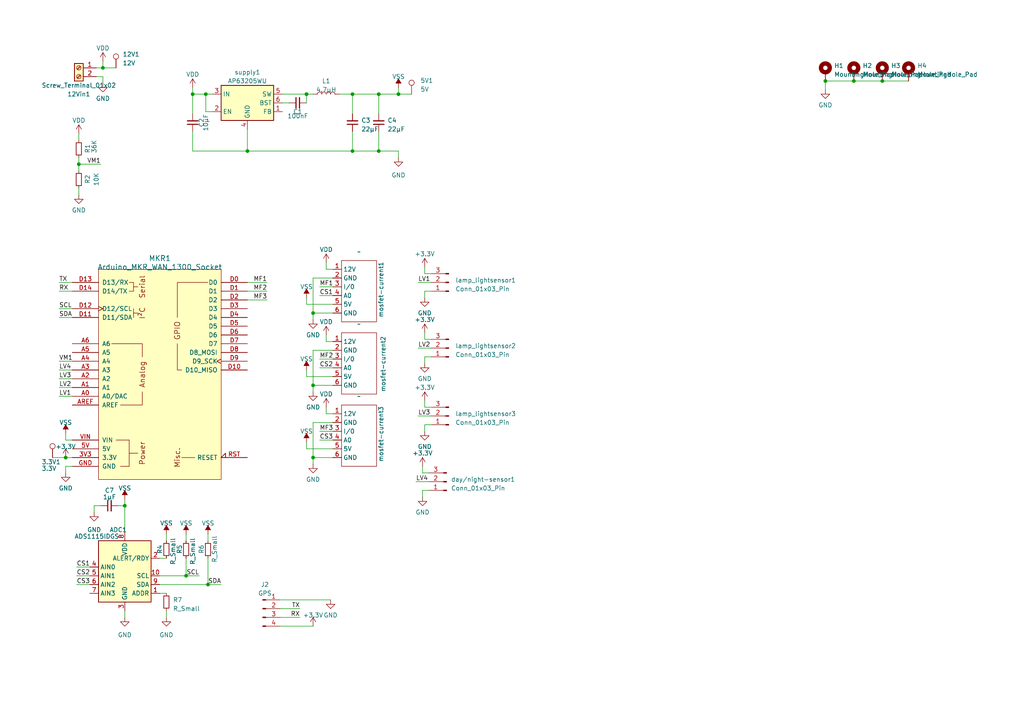
<source format=kicad_sch>
(kicad_sch (version 20230121) (generator eeschema)
  (paper "A4")
  (lib_symbols
    (symbol "Analog_ADC:ADS1115IDGS"
      (property "Reference" "U" (at 2.54 13.97 0))
      (property "Value" "ADS1115IDGS" (at 7.62 11.43 0))
      (symbol "ADS1115IDGS_0_1"
        (rectangle (start -7.62 10.16) (end 7.62 -7.62) (stroke (width 0.254)) (fill (type background)))
      )
      (symbol "ADS1115IDGS_1_1"
        (pin input line (at 10.16 -5.08 180) (length 2.54) (name "ADDR") (number "1"))
        (pin input line (at 10.16 0 180) (length 2.54) (name "SCL") (number "10"))
        (pin output line (at 10.16 5.08 180) (length 2.54) (name "ALERT/RDY") (number "2"))
        (pin power_in line (at 0 -10.16 90) (length 2.54) (name "GND") (number "3"))
        (pin input line (at -10.16 2.54 0) (length 2.54) (name "AIN0") (number "4"))
        (pin input line (at -10.16 0 0) (length 2.54) (name "AIN1") (number "5"))
        (pin input line (at -10.16 -2.54 0) (length 2.54) (name "AIN2") (number "6"))
        (pin input line (at -10.16 -5.08 0) (length 2.54) (name "AIN3") (number "7"))
        (pin power_in line (at 0 12.7 270) (length 2.54) (name "VDD") (number "8"))
        (pin bidirectional line (at 10.16 -2.54 180) (length 2.54) (name "SDA") (number "9"))
      )
    )
    (symbol "Connector:Conn_01x03_Pin" (pin_names (offset 1.016) hide)
      (property "Reference" "J" (at 0 5.08 0))
      (property "Value" "Conn_01x03_Pin" (at 0 -5.08 0))
      (symbol "Conn_01x03_Pin_1_1"
        (polyline (pts (xy 1.27 -2.54) (xy 0.8636 -2.54)) (stroke (width 0.1524)))
        (polyline (pts (xy 1.27 0) (xy 0.8636 0)) (stroke (width 0.1524)))
        (polyline (pts (xy 1.27 2.54) (xy 0.8636 2.54)) (stroke (width 0.1524)))
        (rectangle (start 0.8636 -2.413) (end 0 -2.667) (stroke (width 0.1524)) (fill (type outline)))
        (rectangle (start 0.8636 0.127) (end 0 -0.127) (stroke (width 0.1524)) (fill (type outline)))
        (rectangle (start 0.8636 2.667) (end 0 2.413) (stroke (width 0.1524)) (fill (type outline)))
        (pin passive line (at 5.08 2.54 180) (length 3.81) (name "Pin_1") (number "1"))
        (pin passive line (at 5.08 0 180) (length 3.81) (name "Pin_2") (number "2"))
        (pin passive line (at 5.08 -2.54 180) (length 3.81) (name "Pin_3") (number "3"))
      )
    )
    (symbol "Connector:Conn_01x04_Pin" (pin_names (offset 1.016) hide)
      (property "Reference" "J" (at 0 5.08 0))
      (property "Value" "Conn_01x04_Pin" (at 0 -7.62 0))
      (symbol "Conn_01x04_Pin_1_1"
        (polyline (pts (xy 1.27 -5.08) (xy 0.8636 -5.08)) (stroke (width 0.1524)))
        (polyline (pts (xy 1.27 -2.54) (xy 0.8636 -2.54)) (stroke (width 0.1524)))
        (polyline (pts (xy 1.27 0) (xy 0.8636 0)) (stroke (width 0.1524)))
        (polyline (pts (xy 1.27 2.54) (xy 0.8636 2.54)) (stroke (width 0.1524)))
        (rectangle (start 0.8636 -4.953) (end 0 -5.207) (stroke (width 0.1524)) (fill (type outline)))
        (rectangle (start 0.8636 -2.413) (end 0 -2.667) (stroke (width 0.1524)) (fill (type outline)))
        (rectangle (start 0.8636 0.127) (end 0 -0.127) (stroke (width 0.1524)) (fill (type outline)))
        (rectangle (start 0.8636 2.667) (end 0 2.413) (stroke (width 0.1524)) (fill (type outline)))
        (pin passive line (at 5.08 2.54 180) (length 3.81) (name "Pin_1") (number "1"))
        (pin passive line (at 5.08 0 180) (length 3.81) (name "Pin_2") (number "2"))
        (pin passive line (at 5.08 -2.54 180) (length 3.81) (name "Pin_3") (number "3"))
        (pin passive line (at 5.08 -5.08 180) (length 3.81) (name "Pin_4") (number "4"))
      )
    )
    (symbol "Connector:Screw_Terminal_01x02" (pin_names (offset 1.016) hide)
      (property "Reference" "J" (at 0 2.54 0))
      (property "Value" "Screw_Terminal_01x02" (at 0 -5.08 0))
      (symbol "Screw_Terminal_01x02_1_1"
        (rectangle (start -1.27 1.27) (end 1.27 -3.81) (stroke (width 0.254)) (fill (type background)))
        (circle (center 0 -2.54) (radius 0.635) (stroke (width 0.1524)))
        (polyline (pts (xy -0.5334 -2.2098) (xy 0.3302 -3.048)) (stroke (width 0.1524)))
        (polyline (pts (xy -0.5334 0.3302) (xy 0.3302 -0.508)) (stroke (width 0.1524)))
        (polyline (pts (xy -0.3556 -2.032) (xy 0.508 -2.8702)) (stroke (width 0.1524)))
        (polyline (pts (xy -0.3556 0.508) (xy 0.508 -0.3302)) (stroke (width 0.1524)))
        (circle (center 0 0) (radius 0.635) (stroke (width 0.1524)))
        (pin passive line (at -5.08 0 0) (length 3.81) (name "Pin_1") (number "1"))
        (pin passive line (at -5.08 -2.54 0) (length 3.81) (name "Pin_2") (number "2"))
      )
    )
    (symbol "Connector:TestPoint" (pin_numbers hide) (pin_names (offset 0.762) hide)
      (property "Reference" "TP" (at 0 6.858 0))
      (property "Value" "TestPoint" (at 0 5.08 0))
      (symbol "TestPoint_0_1"
        (circle (center 0 3.302) (radius 0.762))
      )
      (symbol "TestPoint_1_1"
        (pin passive line (at 0 0 90) (length 2.54) (name "1") (number "1"))
      )
    )
    (symbol "Device:C_Small" (pin_numbers hide) (pin_names (offset 0.254) hide)
      (property "Reference" "C" (at 0.254 1.778 0))
      (property "Value" "C_Small" (at 0.254 -2.032 0))
      (symbol "C_Small_0_1"
        (polyline (pts (xy -1.524 -0.508) (xy 1.524 -0.508)) (stroke (width 0.3302)))
        (polyline (pts (xy -1.524 0.508) (xy 1.524 0.508)) (stroke (width 0.3048)))
      )
      (symbol "C_Small_1_1"
        (pin passive line (at 0 2.54 270) (length 2.032) (name "~") (number "1"))
        (pin passive line (at 0 -2.54 90) (length 2.032) (name "~") (number "2"))
      )
    )
    (symbol "Device:L" (pin_numbers hide) (pin_names (offset 1.016) hide)
      (property "Reference" "L" (at -1.27 0 90))
      (property "Value" "L" (at 1.905 0 90))
      (symbol "L_0_1"
        (arc (start 0 -2.54) (mid 0.6323 -1.905) (end 0 -1.27))
        (arc (start 0 -1.27) (mid 0.6323 -0.635) (end 0 0))
        (arc (start 0 0) (mid 0.6323 0.635) (end 0 1.27))
        (arc (start 0 1.27) (mid 0.6323 1.905) (end 0 2.54))
      )
      (symbol "L_1_1"
        (pin passive line (at 0 3.81 270) (length 1.27) (name "1") (number "1"))
        (pin passive line (at 0 -3.81 90) (length 1.27) (name "2") (number "2"))
      )
    )
    (symbol "Device:R_Small" (pin_numbers hide) (pin_names (offset 0.254) hide)
      (property "Reference" "R" (at 0.762 0.508 0))
      (property "Value" "R_Small" (at 0.762 -1.016 0))
      (symbol "R_Small_0_1"
        (rectangle (start -0.762 1.778) (end 0.762 -1.778) (stroke (width 0.2032)))
      )
      (symbol "R_Small_1_1"
        (pin passive line (at 0 2.54 270) (length 0.762) (name "~") (number "1"))
        (pin passive line (at 0 -2.54 90) (length 0.762) (name "~") (number "2"))
      )
    )
    (symbol "Mechanical:MountingHole_Pad" (pin_numbers hide) (pin_names (offset 1.016) hide)
      (property "Reference" "H" (at 0 6.35 0))
      (property "Value" "MountingHole_Pad" (at 0 4.445 0))
      (symbol "MountingHole_Pad_0_1"
        (circle (center 0 1.27) (radius 1.27) (stroke (width 1.27)))
      )
      (symbol "MountingHole_Pad_1_1"
        (pin input line (at 0 -2.54 90) (length 2.54) (name "1") (number "1"))
      )
    )
    (symbol "Regulator_Switching:AP63205WU"
      (property "Reference" "U" (at -7.62 6.35 0))
      (property "Value" "AP63205WU" (at 2.54 6.35 0))
      (symbol "AP63205WU_0_1"
        (rectangle (start -7.62 5.08) (end 7.62 -5.08) (stroke (width 0.254)) (fill (type background)))
      )
      (symbol "AP63205WU_1_1"
        (pin input line (at 10.16 -2.54 180) (length 2.54) (name "FB") (number "1"))
        (pin input line (at -10.16 -2.54 0) (length 2.54) (name "EN") (number "2"))
        (pin power_in line (at -10.16 2.54 0) (length 2.54) (name "IN") (number "3"))
        (pin power_in line (at 0 -7.62 90) (length 2.54) (name "GND") (number "4"))
        (pin output line (at 10.16 2.54 180) (length 2.54) (name "SW") (number "5"))
        (pin passive line (at 10.16 0 180) (length 2.54) (name "BST") (number "6"))
      )
    )
    (symbol "arduino-library:Arduino_MKR_WAN_1300_Socket" (pin_names (offset 1.016))
      (property "Reference" "XA" (at 0 36.83 0))
      (property "Value" "Arduino_MKR_WAN_1300_Socket" (at 0 33.02 0))
      (symbol "Arduino_MKR_WAN_1300_Socket_0_0"
        (rectangle (start -17.78 30.48) (end 17.78 -30.48) (fill (type background)))
        (rectangle (start -12.7 -19.05) (end -8.89 -19.05))
        (rectangle (start -11.43 -26.67) (end -8.89 -26.67))
        (rectangle (start -8.89 -22.86) (end -6.35 -22.86))
        (polyline (pts (xy -8.89 -19.05) (xy -8.89 -26.67)))
        (polyline (pts (xy -7.62 25.4) (xy -6.35 25.4)))
        (polyline (pts (xy -5.08 -5.08) (xy -5.08 -8.89) (xy -11.43 -8.89)))
        (polyline (pts (xy -5.08 5.08) (xy -5.08 8.89) (xy -13.97 8.89)))
        (polyline (pts (xy 5.08 8.89) (xy 5.08 1.27) (xy 6.35 1.27)))
        (polyline (pts (xy 5.08 16.51) (xy 5.08 26.67) (xy 13.97 26.67)))
        (polyline (pts (xy -8.89 26.67) (xy -7.62 26.67) (xy -7.62 24.13) (xy -8.89 24.13)))
        (rectangle (start 6.35 -24.13) (end 10.16 -24.13))
        (text "Analog" (at -5.08 0 900) (effects (font (size 1.524 1.524))))
        (text "I²C" (at -5.08 17.78 900) (effects (font (size 1.524 1.524))))
        (text "Misc." (at 5.08 -24.13 900) (effects (font (size 1.524 1.524))))
        (text "Power" (at -5.08 -22.86 900) (effects (font (size 1.524 1.524))))
        (text "Serial" (at -5.08 25.4 900) (effects (font (size 1.524 1.524))))
      )
      (symbol "Arduino_MKR_WAN_1300_Socket_0_1"
        (polyline (pts (xy -7.62 16.51) (xy -7.62 19.05)))
        (polyline (pts (xy -7.62 17.78) (xy -6.35 17.78)))
      )
      (symbol "Arduino_MKR_WAN_1300_Socket_1_0"
        (text "GPIO" (at 5.08 12.7 900) (effects (font (size 1.524 1.524))))
      )
      (symbol "Arduino_MKR_WAN_1300_Socket_1_1"
        (pin power_out line (at -25.4 -24.13 0) (length 7.62) (name "3.3V") (number "3V3"))
        (pin power_in line (at -25.4 -21.59 0) (length 7.62) (name "5V") (number "5V"))
        (pin bidirectional line (at -25.4 -6.35 0) (length 7.62) (name "A0/DAC") (number "A0"))
        (pin bidirectional line (at -25.4 -3.81 0) (length 7.62) (name "A1") (number "A1"))
        (pin bidirectional line (at -25.4 -1.27 0) (length 7.62) (name "A2") (number "A2"))
        (pin bidirectional line (at -25.4 1.27 0) (length 7.62) (name "A3") (number "A3"))
        (pin bidirectional line (at -25.4 3.81 0) (length 7.62) (name "A4") (number "A4"))
        (pin bidirectional line (at -25.4 6.35 0) (length 7.62) (name "A5") (number "A5"))
        (pin bidirectional line (at -25.4 8.89 0) (length 7.62) (name "A6") (number "A6"))
        (pin input line (at -25.4 -8.89 0) (length 7.62) (name "AREF") (number "AREF"))
        (pin bidirectional line (at 25.4 26.67 180) (length 7.62) (name "D0") (number "D0"))
        (pin bidirectional line (at 25.4 24.13 180) (length 7.62) (name "D1") (number "D1"))
        (pin bidirectional line (at 25.4 1.27 180) (length 7.62) (name "D10_MISO") (number "D10"))
        (pin bidirectional line (at -25.4 16.51 0) (length 7.62) (name "D11/SDA") (number "D11"))
        (pin bidirectional clock (at -25.4 19.05 0) (length 7.62) (name "D12/SCL") (number "D12"))
        (pin bidirectional line (at -25.4 26.67 0) (length 7.62) (name "D13/RX") (number "D13"))
        (pin bidirectional line (at -25.4 24.13 0) (length 7.62) (name "D14/TX") (number "D14"))
        (pin bidirectional line (at 25.4 21.59 180) (length 7.62) (name "D2") (number "D2"))
        (pin bidirectional line (at 25.4 19.05 180) (length 7.62) (name "D3") (number "D3"))
        (pin bidirectional line (at 25.4 16.51 180) (length 7.62) (name "D4") (number "D4"))
        (pin bidirectional line (at 25.4 13.97 180) (length 7.62) (name "D5") (number "D5"))
        (pin bidirectional line (at 25.4 11.43 180) (length 7.62) (name "D6") (number "D6"))
        (pin bidirectional line (at 25.4 8.89 180) (length 7.62) (name "D7") (number "D7"))
        (pin bidirectional line (at 25.4 6.35 180) (length 7.62) (name "D8_MOSI") (number "D8"))
        (pin bidirectional clock (at 25.4 3.81 180) (length 7.62) (name "D9_SCK") (number "D9"))
        (pin power_in line (at -25.4 -26.67 0) (length 7.62) (name "GND") (number "GND"))
        (pin open_collector input_low (at 25.4 -24.13 180) (length 7.62) (name "RESET") (number "RST"))
        (pin power_in line (at -25.4 -19.05 0) (length 7.62) (name "VIN") (number "VIN"))
      )
    )
    (symbol "own_symbols:mosfet-current"
      (property "Reference" "mosfet-current" (at 0 10.16 0))
      (symbol "mosfet-current_0_1"
        (rectangle (start -5.08 7.62) (end 5.08 -10.16))
      )
      (symbol "mosfet-current_1_1"
        (pin input line (at -7.62 5.08 0) (length 2.54) (name "12V") (number "1"))
        (pin input line (at -7.62 2.54 0) (length 2.54) (name "GND") (number "2"))
        (pin input line (at -7.62 0 0) (length 2.54) (name "I/0") (number "3"))
        (pin input line (at -7.62 -2.54 0) (length 2.54) (name "A0") (number "4"))
        (pin input line (at -7.62 -5.08 0) (length 2.54) (name "5V") (number "5"))
        (pin input line (at -7.62 -7.62 0) (length 2.54) (name "GND") (number "6"))
      )
    )
    (symbol "power:+3.3V" (power) (pin_names (offset 0))
      (property "Value" "+3.3V" (at 0 3.556 0))
      (symbol "+3.3V_0_1"
        (polyline (pts (xy -0.762 1.27) (xy 0 2.54)))
        (polyline (pts (xy 0 0) (xy 0 2.54)))
        (polyline (pts (xy 0 2.54) (xy 0.762 1.27)))
      )
      (symbol "+3.3V_1_1"
        (pin power_in line (at 0 0 90) (length 0) hide (name "+3.3V") (number "1"))
      )
    )
    (symbol "power:GND" (power) (pin_names (offset 0))
      (property "Value" "GND" (at 0 -3.81 0))
      (symbol "GND_0_1"
        (polyline (pts (xy 0 0) (xy 0 -1.27) (xy 1.27 -1.27) (xy 0 -2.54) (xy -1.27 -1.27) (xy 0 -1.27)))
      )
      (symbol "GND_1_1"
        (pin power_in line (at 0 0 270) (length 0) hide (name "GND") (number "1"))
      )
    )
    (symbol "power:VDD" (power) (pin_names (offset 0))
      (property "Value" "VDD" (at 0 3.81 0))
      (symbol "VDD_0_1"
        (polyline (pts (xy -0.762 1.27) (xy 0 2.54)))
        (polyline (pts (xy 0 0) (xy 0 2.54)))
        (polyline (pts (xy 0 2.54) (xy 0.762 1.27)))
      )
      (symbol "VDD_1_1"
        (pin power_in line (at 0 0 90) (length 0) hide (name "VDD") (number "1"))
      )
    )
    (symbol "power:VSS" (power) (pin_names (offset 0))
      (property "Value" "VSS" (at 0 3.81 0))
      (symbol "VSS_0_1"
        (polyline (pts (xy 0 0) (xy 0 2.54)))
        (polyline (pts (xy 0.762 1.27) (xy -0.762 1.27) (xy 0 2.54) (xy 0.762 1.27)) (fill (type outline)))
      )
      (symbol "VSS_1_1"
        (pin power_in line (at 0 0 90) (length 0) hide (name "VSS") (number "1"))
      )
    )
  )
  (junction (at 88.9 27.305))
  (junction (at 29.845 19.685))
  (junction (at 115.57 27.305))
  (junction (at 60.325 169.545))
  (junction (at 90.805 90.805))
  (junction (at 71.755 43.815))
  (junction (at 53.975 167.005))
  (junction (at 109.855 27.305))
  (junction (at 255.905 23.495))
  (junction (at 239.395 23.495))
  (junction (at 102.235 43.815))
  (junction (at 19.05 132.715))
  (junction (at 90.805 132.715))
  (junction (at 102.235 27.305))
  (junction (at 55.88 27.305))
  (junction (at 22.86 47.625))
  (junction (at 59.69 27.305))
  (junction (at 90.805 111.76))
  (junction (at 247.65 23.495))
  (junction (at 109.855 43.815))
  (junction (at 36.195 146.685))
  (wire (pts (xy 81.28 179.07) (xy 86.995 179.07)))
  (wire (pts (xy 90.805 90.805) (xy 90.805 92.71)))
  (wire (pts (xy 92.71 83.185) (xy 96.52 83.185)))
  (wire (pts (xy 29.845 19.685) (xy 29.845 17.78)))
  (wire (pts (xy 109.855 27.305) (xy 102.235 27.305)))
  (wire (pts (xy 19.05 132.715) (xy 20.955 132.715)))
  (wire (pts (xy 96.52 111.76) (xy 90.805 111.76)))
  (wire (pts (xy 96.52 101.6) (xy 90.805 101.6)))
  (wire (pts (xy 96.52 132.715) (xy 90.805 132.715)))
  (wire (pts (xy 81.28 176.53) (xy 86.995 176.53)))
  (wire (pts (xy 115.57 27.305) (xy 119.38 27.305)))
  (wire (pts (xy 96.52 109.22) (xy 88.9 109.22)))
  (wire (pts (xy 125.095 98.425) (xy 123.19 98.425)))
  (wire (pts (xy 96.52 120.015) (xy 94.615 120.015)))
  (wire (pts (xy 22.86 45.72) (xy 22.86 47.625)))
  (wire (pts (xy 61.595 27.305) (xy 59.69 27.305)))
  (wire (pts (xy 263.525 23.495) (xy 255.905 23.495)))
  (wire (pts (xy 90.805 80.645) (xy 90.805 90.805)))
  (wire (pts (xy 123.19 98.425) (xy 123.19 96.52)))
  (wire (pts (xy 17.145 112.395) (xy 20.955 112.395)))
  (wire (pts (xy 125.095 118.11) (xy 123.19 118.11)))
  (wire (pts (xy 123.19 79.375) (xy 123.19 77.47)))
  (wire (pts (xy 29.845 24.13) (xy 29.845 22.225)))
  (wire (pts (xy 88.9 130.175) (xy 88.9 128.27)))
  (wire (pts (xy 53.975 154.94) (xy 53.975 156.845)))
  (wire (pts (xy 20.955 135.255) (xy 19.05 135.255)))
  (wire (pts (xy 123.19 123.19) (xy 123.19 125.095)))
  (wire (pts (xy 27.94 19.685) (xy 29.845 19.685)))
  (wire (pts (xy 109.855 33.02) (xy 109.855 27.305)))
  (wire (pts (xy 59.69 27.305) (xy 55.88 27.305)))
  (wire (pts (xy 102.235 43.815) (xy 71.755 43.815)))
  (wire (pts (xy 125.095 123.19) (xy 123.19 123.19)))
  (wire (pts (xy 94.615 120.015) (xy 94.615 118.11)))
  (wire (pts (xy 55.88 25.4) (xy 55.88 27.305)))
  (wire (pts (xy 53.975 167.005) (xy 57.785 167.005)))
  (wire (pts (xy 71.755 86.995) (xy 77.47 86.995)))
  (wire (pts (xy 55.88 27.305) (xy 55.88 33.02)))
  (wire (pts (xy 17.145 84.455) (xy 20.955 84.455)))
  (wire (pts (xy 60.325 154.94) (xy 60.325 156.845)))
  (wire (pts (xy 71.755 81.915) (xy 77.47 81.915)))
  (wire (pts (xy 36.195 177.165) (xy 36.195 179.07)))
  (wire (pts (xy 55.88 43.815) (xy 71.755 43.815)))
  (wire (pts (xy 94.615 78.105) (xy 94.615 76.2)))
  (wire (pts (xy 46.355 161.925) (xy 48.26 161.925)))
  (wire (pts (xy 92.71 106.68) (xy 96.52 106.68)))
  (wire (pts (xy 61.595 32.385) (xy 59.69 32.385)))
  (wire (pts (xy 255.905 23.495) (xy 247.65 23.495)))
  (wire (pts (xy 121.285 120.65) (xy 125.095 120.65)))
  (wire (pts (xy 102.235 27.305) (xy 98.425 27.305)))
  (wire (pts (xy 96.52 130.175) (xy 88.9 130.175)))
  (wire (pts (xy 124.46 137.16) (xy 122.555 137.16)))
  (wire (pts (xy 55.88 38.1) (xy 55.88 43.815)))
  (wire (pts (xy 22.225 164.465) (xy 26.035 164.465)))
  (wire (pts (xy 102.235 33.02) (xy 102.235 27.305)))
  (wire (pts (xy 46.355 172.085) (xy 48.26 172.085)))
  (wire (pts (xy 92.71 125.095) (xy 96.52 125.095)))
  (wire (pts (xy 17.145 81.915) (xy 20.955 81.915)))
  (wire (pts (xy 96.52 122.555) (xy 90.805 122.555)))
  (wire (pts (xy 59.69 27.305) (xy 59.69 32.385)))
  (wire (pts (xy 60.325 169.545) (xy 60.325 161.925)))
  (wire (pts (xy 19.05 127.635) (xy 19.05 125.73)))
  (wire (pts (xy 92.71 104.14) (xy 96.52 104.14)))
  (wire (pts (xy 48.26 177.165) (xy 48.26 179.07)))
  (wire (pts (xy 22.86 54.61) (xy 22.86 56.515)))
  (wire (pts (xy 81.915 27.305) (xy 88.9 27.305)))
  (wire (pts (xy 29.845 19.685) (xy 33.655 19.685)))
  (wire (pts (xy 125.095 84.455) (xy 123.19 84.455)))
  (wire (pts (xy 22.86 47.625) (xy 22.86 49.53)))
  (wire (pts (xy 96.52 99.06) (xy 94.615 99.06)))
  (wire (pts (xy 17.145 89.535) (xy 20.955 89.535)))
  (wire (pts (xy 22.225 169.545) (xy 26.035 169.545)))
  (wire (pts (xy 96.52 80.645) (xy 90.805 80.645)))
  (wire (pts (xy 88.9 27.305) (xy 88.9 29.845)))
  (wire (pts (xy 71.755 84.455) (xy 77.47 84.455)))
  (wire (pts (xy 46.355 169.545) (xy 60.325 169.545)))
  (wire (pts (xy 36.195 144.78) (xy 36.195 146.685)))
  (wire (pts (xy 115.57 25.4) (xy 115.57 27.305)))
  (wire (pts (xy 96.52 90.805) (xy 90.805 90.805)))
  (wire (pts (xy 81.28 181.61) (xy 90.805 181.61)))
  (wire (pts (xy 90.805 122.555) (xy 90.805 132.715)))
  (wire (pts (xy 27.94 22.225) (xy 29.845 22.225)))
  (wire (pts (xy 94.615 99.06) (xy 94.615 97.155)))
  (wire (pts (xy 88.9 88.265) (xy 88.9 86.36)))
  (wire (pts (xy 90.805 132.715) (xy 90.805 134.62)))
  (wire (pts (xy 17.145 114.935) (xy 20.955 114.935)))
  (wire (pts (xy 29.21 47.625) (xy 22.86 47.625)))
  (wire (pts (xy 81.915 29.845) (xy 83.82 29.845)))
  (wire (pts (xy 81.28 173.99) (xy 95.885 173.99)))
  (wire (pts (xy 22.86 38.735) (xy 22.86 40.64)))
  (wire (pts (xy 34.29 146.685) (xy 36.195 146.685)))
  (wire (pts (xy 96.52 78.105) (xy 94.615 78.105)))
  (wire (pts (xy 122.555 137.16) (xy 122.555 135.255)))
  (wire (pts (xy 17.145 104.775) (xy 20.955 104.775)))
  (wire (pts (xy 71.755 43.815) (xy 71.755 37.465)))
  (wire (pts (xy 125.095 79.375) (xy 123.19 79.375)))
  (wire (pts (xy 17.145 107.315) (xy 20.955 107.315)))
  (wire (pts (xy 48.26 154.94) (xy 48.26 156.845)))
  (wire (pts (xy 239.395 23.495) (xy 239.395 26.035)))
  (wire (pts (xy 17.145 109.855) (xy 20.955 109.855)))
  (wire (pts (xy 46.355 167.005) (xy 53.975 167.005)))
  (wire (pts (xy 29.21 146.685) (xy 27.305 146.685)))
  (wire (pts (xy 123.19 118.11) (xy 123.19 116.205)))
  (wire (pts (xy 27.305 146.685) (xy 27.305 148.59)))
  (wire (pts (xy 123.19 84.455) (xy 123.19 86.36)))
  (wire (pts (xy 115.57 27.305) (xy 109.855 27.305)))
  (wire (pts (xy 115.57 45.72) (xy 115.57 43.815)))
  (wire (pts (xy 22.225 167.005) (xy 26.035 167.005)))
  (wire (pts (xy 123.19 103.505) (xy 123.19 105.41)))
  (wire (pts (xy 19.05 135.255) (xy 19.05 137.16)))
  (wire (pts (xy 109.855 43.815) (xy 102.235 43.815)))
  (wire (pts (xy 88.9 109.22) (xy 88.9 107.315)))
  (wire (pts (xy 109.855 38.1) (xy 109.855 43.815)))
  (wire (pts (xy 90.805 27.305) (xy 88.9 27.305)))
  (wire (pts (xy 90.805 101.6) (xy 90.805 111.76)))
  (wire (pts (xy 60.325 169.545) (xy 64.135 169.545)))
  (wire (pts (xy 90.805 111.76) (xy 90.805 113.665)))
  (wire (pts (xy 247.65 23.495) (xy 239.395 23.495)))
  (wire (pts (xy 121.285 100.965) (xy 125.095 100.965)))
  (wire (pts (xy 17.145 92.075) (xy 20.955 92.075)))
  (wire (pts (xy 122.555 142.24) (xy 122.555 144.145)))
  (wire (pts (xy 53.975 167.005) (xy 53.975 161.925)))
  (wire (pts (xy 125.095 103.505) (xy 123.19 103.505)))
  (wire (pts (xy 92.71 127.635) (xy 96.52 127.635)))
  (wire (pts (xy 96.52 88.265) (xy 88.9 88.265)))
  (wire (pts (xy 36.195 146.685) (xy 36.195 154.305)))
  (wire (pts (xy 115.57 43.815) (xy 109.855 43.815)))
  (wire (pts (xy 20.955 127.635) (xy 19.05 127.635)))
  (wire (pts (xy 15.24 132.715) (xy 19.05 132.715)))
  (wire (pts (xy 124.46 142.24) (xy 122.555 142.24)))
  (wire (pts (xy 120.65 139.7) (xy 124.46 139.7)))
  (wire (pts (xy 92.71 85.725) (xy 96.52 85.725)))
  (wire (pts (xy 121.285 81.915) (xy 125.095 81.915)))
  (wire (pts (xy 102.235 38.1) (xy 102.235 43.815)))
  (label "LV3" (at 121.285 120.65 0))
  (label "MF3" (at 77.47 86.995 180))
  (label "MF1" (at 92.71 83.185 0))
  (label "SDA" (at 64.135 169.545 180))
  (label "LV2" (at 121.285 100.965 0))
  (label "RX" (at 86.995 179.07 180))
  (label "TX" (at 86.995 176.53 180))
  (label "CS3" (at 22.225 169.545 0))
  (label "RX" (at 17.145 84.455 0))
  (label "VM1" (at 29.21 47.625 180))
  (label "LV1" (at 17.145 114.935 0))
  (label "CS1" (at 92.71 85.725 0))
  (label "SDA" (at 17.145 92.075 0))
  (label "CS3" (at 92.71 127.635 0))
  (label "VM1" (at 17.145 104.775 0))
  (label "MF2" (at 92.71 104.14 0))
  (label "LV1" (at 121.285 81.915 0))
  (label "MF1" (at 77.47 81.915 180))
  (label "MF3" (at 92.71 125.095 0))
  (label "LV3" (at 17.145 109.855 0))
  (label "LV4" (at 17.145 107.315 0))
  (label "LV4" (at 120.65 139.7 0))
  (label "SCL" (at 17.145 89.535 0))
  (label "MF2" (at 77.47 84.455 180))
  (label "CS1" (at 22.225 164.465 0))
  (label "TX" (at 17.145 81.915 0))
  (label "CS2" (at 92.71 106.68 0))
  (label "CS2" (at 22.225 167.005 0))
  (label "LV2" (at 17.145 112.395 0))
  (label "SCL" (at 57.785 167.005 180))
  (symbol (lib_id "Mechanical:MountingHole_Pad") (at 247.65 20.955 0) (unit 1)
    (property "Reference" "H2" (at 250.19 19.05 0) (effects (justify left)))
    (property "Value" "MountingHole_Pad" (at 250.19 21.59 0) (effects (justify left)))
    (property "Footprint" "MountingHole:MountingHole_3.5mm_Pad" (effects hide))
  )
  (symbol (lib_id "power:GND") (at 90.805 134.62 0) (unit 1)
    (property "Reference" "#PWR027" (effects hide))
    (property "Value" "GND" (at 90.805 139.065 0))
  )
  (symbol (lib_id "power:GND") (at 27.305 148.59 0) (unit 1)
    (property "Reference" "#PWR033" (effects hide))
    (property "Value" "GND" (at 27.305 153.67 0))
  )
  (symbol (lib_id "power:VDD") (at 94.615 97.155 0) (unit 1)
    (property "Reference" "#PWR015" (effects hide))
    (property "Value" "VDD" (at 94.615 93.345 0))
  )
  (symbol (lib_id "power:GND") (at 90.805 92.71 0) (unit 1)
    (property "Reference" "#PWR013" (effects hide))
    (property "Value" "GND" (at 90.805 97.155 0))
  )
  (symbol (lib_id "power:+3.3V") (at 19.05 132.715 0) (unit 1)
    (property "Reference" "#PWR024" (effects hide))
    (property "Value" "+3.3V" (at 19.05 129.54 0))
  )
  (symbol (lib_id "power:GND") (at 122.555 144.145 0) (unit 1)
    (property "Reference" "#PWR030" (effects hide))
    (property "Value" "GND" (at 122.555 148.59 0))
  )
  (symbol (lib_id "power:GND") (at 90.805 113.665 0) (unit 1)
    (property "Reference" "#PWR018" (effects hide))
    (property "Value" "GND" (at 90.805 118.11 0))
  )
  (symbol (lib_id "power:VSS") (at 48.26 154.94 0) (unit 1)
    (property "Reference" "#PWR034" (effects hide))
    (property "Value" "VSS" (at 48.26 151.765 0))
  )
  (symbol (lib_id "power:VSS") (at 19.05 125.73 0) (unit 1)
    (property "Reference" "#PWR022" (effects hide))
    (property "Value" "VSS" (at 19.05 122.555 0))
  )
  (symbol (lib_id "power:GND") (at 239.395 26.035 0) (unit 1)
    (property "Reference" "#PWR05" (effects hide))
    (property "Value" "GND" (at 239.395 30.48 0))
  )
  (symbol (lib_id "power:GND") (at 123.19 86.36 0) (unit 1)
    (property "Reference" "#PWR012" (effects hide))
    (property "Value" "GND" (at 123.19 90.805 0))
  )
  (symbol (lib_id "power:GND") (at 115.57 45.72 0) (unit 1)
    (property "Reference" "#PWR06" (effects hide))
    (property "Value" "GND" (at 115.57 50.8 0))
  )
  (symbol (lib_id "Device:R_Small") (at 48.26 159.385 0) (unit 1)
    (property "Reference" "R4" (at 46.355 160.655 90) (effects (justify left)))
    (property "Value" "R_Small" (at 50.165 163.83 90) (effects (justify left)))
    (property "Footprint" "Resistor_SMD:R_0805_2012Metric_Pad1.20x1.40mm_HandSolder" (effects hide))
  )
  (symbol (lib_id "Device:C_Small") (at 109.855 35.56 180) (unit 1)
    (property "Reference" "C4" (at 112.395 34.9186 0) (effects (justify right)))
    (property "Value" "22µF" (at 112.395 37.4586 0) (effects (justify right)))
    (property "Footprint" "Capacitor_SMD:C_0805_2012Metric_Pad1.18x1.45mm_HandSolder" (effects hide))
  )
  (symbol (lib_id "power:+3.3V") (at 90.805 181.61 0) (unit 1)
    (property "Reference" "#PWR041" (effects hide))
    (property "Value" "+3.3V" (at 90.805 178.435 0))
  )
  (symbol (lib_id "Device:C_Small") (at 86.36 29.845 90) (unit 1)
    (property "Reference" "C1" (at 86.36 32.385 90))
    (property "Value" "100nF" (at 86.36 33.655 90))
    (property "Footprint" "Capacitor_SMD:C_0805_2012Metric_Pad1.18x1.45mm_HandSolder" (effects hide))
  )
  (symbol (lib_id "power:VDD") (at 22.86 38.735 0) (unit 1)
    (property "Reference" "#PWR07" (effects hide))
    (property "Value" "VDD" (at 22.86 34.925 0))
  )
  (symbol (lib_id "power:+3.3V") (at 123.19 96.52 0) (unit 1)
    (property "Reference" "#PWR014" (effects hide))
    (property "Value" "+3.3V" (at 123.19 92.71 0))
  )
  (symbol (lib_id "Connector:Screw_Terminal_01x02") (at 22.86 19.685 0) (mirror y) (unit 1)
    (property "Reference" "12Vin1" (at 22.86 27.305 0))
    (property "Value" "Screw_Terminal_01x02" (at 22.86 24.765 0))
    (property "Footprint" "TerminalBlock_Phoenix:TerminalBlock_Phoenix_PT-1,5-2-5.0-H_1x02_P5.00mm_Horizontal" (effects hide))
  )
  (symbol (lib_id "Mechanical:MountingHole_Pad") (at 239.395 20.955 0) (unit 1)
    (property "Reference" "H1" (at 241.935 19.05 0) (effects (justify left)))
    (property "Value" "MountingHole_Pad" (at 241.935 21.59 0) (effects (justify left)))
    (property "Footprint" "MountingHole:MountingHole_3.5mm_Pad" (effects hide))
  )
  (symbol (lib_id "power:GND") (at 22.86 56.515 0) (unit 1)
    (property "Reference" "#PWR08" (effects hide))
    (property "Value" "GND" (at 22.86 60.96 0))
  )
  (symbol (lib_id "Device:C_Small") (at 55.88 35.56 180) (unit 1)
    (property "Reference" "C2" (at 58.42 35.56 90))
    (property "Value" "10µF" (at 59.69 35.56 90))
    (property "Footprint" "Capacitor_SMD:C_0805_2012Metric_Pad1.18x1.45mm_HandSolder" (effects hide))
  )
  (symbol (lib_id "Device:R_Small") (at 48.26 174.625 0) (unit 1)
    (property "Reference" "R7" (at 50.165 173.99 0) (effects (justify left)))
    (property "Value" "R_Small" (at 50.165 176.53 0) (effects (justify left)))
    (property "Footprint" "Resistor_SMD:R_0805_2012Metric_Pad1.20x1.40mm_HandSolder" (effects hide))
  )
  (symbol (lib_id "Device:R_Small") (at 22.86 43.18 0) (unit 1)
    (property "Reference" "R1" (at 25.4 44.45 90) (effects (justify left)))
    (property "Value" "36K" (at 27.305 44.45 90) (effects (justify left)))
    (property "Footprint" "Resistor_SMD:R_0805_2012Metric_Pad1.20x1.40mm_HandSolder" (effects hide))
  )
  (symbol (lib_id "Device:R_Small") (at 53.975 159.385 0) (unit 1)
    (property "Reference" "R5" (at 52.07 160.655 90) (effects (justify left)))
    (property "Value" "R_Small" (at 55.88 163.83 90) (effects (justify left)))
    (property "Footprint" "Resistor_SMD:R_0805_2012Metric_Pad1.20x1.40mm_HandSolder" (effects hide))
  )
  (symbol (lib_id "Connector:Conn_01x03_Pin") (at 129.54 139.7 180) (unit 1)
    (property "Reference" "day/night-sensor1" (at 130.81 139.065 0) (effects (justify right)))
    (property "Value" "Conn_01x03_Pin" (at 130.81 141.605 0) (effects (justify right)))
    (property "Footprint" "TerminalBlock_Phoenix:TerminalBlock_Phoenix_MKDS-1,5-3_1x03_P5.00mm_Horizontal" (effects hide))
  )
  (symbol (lib_id "Connector:Conn_01x03_Pin") (at 130.175 120.65 180) (unit 1)
    (property "Reference" "lamp_lightsensor3" (at 132.08 120.015 0) (effects (justify right)))
    (property "Value" "Conn_01x03_Pin" (at 132.08 122.555 0) (effects (justify right)))
    (property "Footprint" "TerminalBlock_Phoenix:TerminalBlock_Phoenix_MKDS-1,5-3_1x03_P5.00mm_Horizontal" (effects hide))
  )
  (symbol (lib_id "power:GND") (at 95.885 173.99 0) (unit 1)
    (property "Reference" "#PWR038" (effects hide))
    (property "Value" "GND" (at 95.885 178.435 0))
  )
  (symbol (lib_id "power:VSS") (at 60.325 154.94 0) (unit 1)
    (property "Reference" "#PWR036" (effects hide))
    (property "Value" "VSS" (at 60.325 151.765 0))
  )
  (symbol (lib_id "own_symbols:mosfet-current") (at 104.14 125.095 0) (unit 1)
    (property "Reference" "mosfet-current3" (at 110.49 133.985 90) (effects (justify left)))
    (property "Value" "~" (at 104.14 114.935 0))
    (property "Footprint" "own_footprints:mosfet-current" (effects hide))
  )
  (symbol (lib_id "Connector:Conn_01x04_Pin") (at 76.2 176.53 0) (unit 1)
    (property "Reference" "J2" (at 76.835 169.545 0))
    (property "Value" "GPS" (at 76.835 172.085 0))
    (property "Footprint" "own_footprints:GYS-GPS" (effects hide))
  )
  (symbol (lib_id "own_symbols:mosfet-current") (at 104.14 83.185 0) (unit 1)
    (property "Reference" "mosfet-current1" (at 110.49 92.075 90) (effects (justify left)))
    (property "Value" "~" (at 104.14 73.025 0))
    (property "Footprint" "own_footprints:mosfet-current" (effects hide))
  )
  (symbol (lib_id "Connector:TestPoint") (at 119.38 27.305 0) (unit 1)
    (property "Reference" "5V1" (at 121.92 23.368 0) (effects (justify left)))
    (property "Value" "5V" (at 121.92 25.908 0) (effects (justify left)))
    (property "Footprint" "TestPoint:TestPoint_Pad_2.0x2.0mm" (effects hide))
  )
  (symbol (lib_id "power:GND") (at 123.19 105.41 0) (unit 1)
    (property "Reference" "#PWR016" (effects hide))
    (property "Value" "GND" (at 123.19 109.855 0))
  )
  (symbol (lib_id "Connector:Conn_01x03_Pin") (at 130.175 81.915 180) (unit 1)
    (property "Reference" "lamp_lightsensor1" (at 132.08 81.28 0) (effects (justify right)))
    (property "Value" "Conn_01x03_Pin" (at 132.08 83.82 0) (effects (justify right)))
    (property "Footprint" "TerminalBlock_Phoenix:TerminalBlock_Phoenix_MKDS-1,5-3_1x03_P5.00mm_Horizontal" (effects hide))
  )
  (symbol (lib_id "Device:L") (at 94.615 27.305 90) (unit 1)
    (property "Reference" "L1" (at 94.615 23.495 90))
    (property "Value" "4.7µH" (at 94.615 26.035 90))
    (property "Footprint" "Inductor_SMD:L_0805_2012Metric_Pad1.15x1.40mm_HandSolder" (effects hide))
  )
  (symbol (lib_id "arduino-library:Arduino_MKR_WAN_1300_Socket") (at 46.355 108.585 0) (unit 1)
    (property "Reference" "MKR1" (at 46.355 74.93 0) (effects (font (size 1.524 1.524))))
    (property "Value" "Arduino_MKR_WAN_1300_Socket" (at 46.355 77.47 0) (effects (font (size 1.524 1.524))))
    (property "Footprint" "own_footprints:Arduino_MKR_FOX_1200_Socket" (effects hide))
    (property "Datasheet" "https://docs.arduino.cc/hardware/mkr-wan-1300" (effects hide))
  )
  (symbol (lib_id "power:VDD") (at 29.845 17.78 0) (unit 1)
    (property "Reference" "#PWR01" (effects hide))
    (property "Value" "VDD" (at 29.845 13.97 0))
  )
  (symbol (lib_id "Analog_ADC:ADS1115IDGS") (at 36.195 167.005 0) (unit 1)
    (property "Reference" "ADC1" (at 31.75 153.67 0) (effects (justify left)))
    (property "Value" "ADS1115IDGS" (at 21.59 155.575 0) (effects (justify left)))
    (property "Footprint" "Package_SO:TSSOP-10_3x3mm_P0.5mm" (effects hide))
    (property "Datasheet" "http://www.ti.com/lit/ds/symlink/ads1113.pdf" (effects hide))
  )
  (symbol (lib_id "Mechanical:MountingHole_Pad") (at 255.905 20.955 0) (unit 1)
    (property "Reference" "H3" (at 258.445 19.05 0) (effects (justify left)))
    (property "Value" "MountingHole_Pad" (at 258.445 21.59 0) (effects (justify left)))
    (property "Footprint" "MountingHole:MountingHole_3.5mm_Pad" (effects hide))
  )
  (symbol (lib_id "power:GND") (at 19.05 137.16 0) (unit 1)
    (property "Reference" "#PWR029" (effects hide))
    (property "Value" "GND" (at 19.05 141.605 0))
  )
  (symbol (lib_id "Regulator_Switching:AP63205WU") (at 71.755 29.845 0) (unit 1)
    (property "Reference" "supply1" (at 71.755 20.955 0))
    (property "Value" "AP63205WU" (at 71.755 23.495 0))
    (property "Footprint" "Package_TO_SOT_SMD:TSOT-23-6" (effects hide))
    (property "Datasheet" "https://www.diodes.com/assets/Datasheets/AP63200-AP63201-AP63203-AP63205.pdf" (effects hide))
  )
  (symbol (lib_id "power:VSS") (at 115.57 25.4 0) (unit 1)
    (property "Reference" "#PWR03" (effects hide))
    (property "Value" "VSS" (at 115.57 22.225 0))
  )
  (symbol (lib_id "Device:C_Small") (at 102.235 35.56 180) (unit 1)
    (property "Reference" "C3" (at 104.775 34.9186 0) (effects (justify right)))
    (property "Value" "22µF" (at 104.775 37.4586 0) (effects (justify right)))
    (property "Footprint" "Capacitor_SMD:C_0805_2012Metric_Pad1.18x1.45mm_HandSolder" (effects hide))
  )
  (symbol (lib_id "Device:C_Small") (at 31.75 146.685 90) (unit 1)
    (property "Reference" "C7" (at 31.75 142.24 90))
    (property "Value" "1µF" (at 31.75 144.145 90))
    (property "Footprint" "Capacitor_SMD:C_0805_2012Metric_Pad1.18x1.45mm_HandSolder" (effects hide))
  )
  (symbol (lib_id "power:VSS") (at 53.975 154.94 0) (unit 1)
    (property "Reference" "#PWR035" (effects hide))
    (property "Value" "VSS" (at 53.975 151.765 0))
  )
  (symbol (lib_id "power:VDD") (at 94.615 76.2 0) (unit 1)
    (property "Reference" "#PWR09" (effects hide))
    (property "Value" "VDD" (at 94.615 72.39 0))
  )
  (symbol (lib_id "power:VDD") (at 55.88 25.4 0) (unit 1)
    (property "Reference" "#PWR02" (effects hide))
    (property "Value" "VDD" (at 55.88 21.59 0))
  )
  (symbol (lib_id "power:VSS") (at 88.9 128.27 0) (unit 1)
    (property "Reference" "#PWR023" (effects hide))
    (property "Value" "VSS" (at 88.9 125.095 0))
  )
  (symbol (lib_id "power:GND") (at 29.845 24.13 0) (unit 1)
    (property "Reference" "#PWR04" (effects hide))
    (property "Value" "GND" (at 29.845 28.575 0))
  )
  (symbol (lib_id "Device:R_Small") (at 22.86 52.07 0) (unit 1)
    (property "Reference" "R2" (at 25.4 53.34 90) (effects (justify left)))
    (property "Value" "10K" (at 27.94 53.975 90) (effects (justify left)))
    (property "Footprint" "Resistor_SMD:R_0805_2012Metric_Pad1.20x1.40mm_HandSolder" (effects hide))
  )
  (symbol (lib_id "own_symbols:mosfet-current") (at 104.14 104.14 0) (unit 1)
    (property "Reference" "mosfet-current2" (at 111.125 113.665 90) (effects (justify left)))
    (property "Value" "~" (at 104.14 93.98 0))
    (property "Footprint" "own_footprints:mosfet-current" (effects hide))
  )
  (symbol (lib_id "power:+3.3V") (at 123.19 116.205 0) (unit 1)
    (property "Reference" "#PWR019" (effects hide))
    (property "Value" "+3.3V" (at 123.19 112.395 0))
  )
  (symbol (lib_id "Connector:TestPoint") (at 33.655 19.685 0) (unit 1)
    (property "Reference" "12V1" (at 35.56 15.748 0) (effects (justify left)))
    (property "Value" "12V" (at 35.56 18.288 0) (effects (justify left)))
    (property "Footprint" "TestPoint:TestPoint_Pad_2.0x2.0mm" (effects hide))
  )
  (symbol (lib_id "Mechanical:MountingHole_Pad") (at 263.525 20.955 0) (unit 1)
    (property "Reference" "H4" (at 266.065 19.05 0) (effects (justify left)))
    (property "Value" "MountingHole_Pad" (at 266.065 21.59 0) (effects (justify left)))
    (property "Footprint" "MountingHole:MountingHole_3.5mm_Pad" (effects hide))
  )
  (symbol (lib_id "power:+3.3V") (at 122.555 135.255 0) (unit 1)
    (property "Reference" "#PWR028" (effects hide))
    (property "Value" "+3.3V" (at 122.555 131.445 0))
  )
  (symbol (lib_id "Connector:TestPoint") (at 15.24 132.715 0) (unit 1)
    (property "Reference" "3.3V1" (at 12.065 133.985 0) (effects (justify left)))
    (property "Value" "3.3V" (at 12.065 135.89 0) (effects (justify left)))
    (property "Footprint" "TestPoint:TestPoint_Pad_2.0x2.0mm" (effects hide))
  )
  (symbol (lib_id "power:GND") (at 123.19 125.095 0) (unit 1)
    (property "Reference" "#PWR021" (effects hide))
    (property "Value" "GND" (at 123.19 129.54 0))
  )
  (symbol (lib_id "power:VSS") (at 88.9 107.315 0) (unit 1)
    (property "Reference" "#PWR017" (effects hide))
    (property "Value" "VSS" (at 88.9 104.14 0))
  )
  (symbol (lib_id "power:VSS") (at 88.9 86.36 0) (unit 1)
    (property "Reference" "#PWR011" (effects hide))
    (property "Value" "VSS" (at 88.9 83.185 0))
  )
  (symbol (lib_id "power:VSS") (at 36.195 144.78 0) (unit 1)
    (property "Reference" "#PWR031" (effects hide))
    (property "Value" "VSS" (at 36.195 141.605 0))
  )
  (symbol (lib_id "power:VDD") (at 94.615 118.11 0) (unit 1)
    (property "Reference" "#PWR020" (effects hide))
    (property "Value" "VDD" (at 94.615 114.3 0))
  )
  (symbol (lib_id "Connector:Conn_01x03_Pin") (at 130.175 100.965 180) (unit 1)
    (property "Reference" "lamp_lightsensor2" (at 132.08 100.33 0) (effects (justify right)))
    (property "Value" "Conn_01x03_Pin" (at 132.08 102.87 0) (effects (justify right)))
    (property "Footprint" "TerminalBlock_Phoenix:TerminalBlock_Phoenix_MKDS-1,5-3_1x03_P5.00mm_Horizontal" (effects hide))
  )
  (symbol (lib_id "Device:R_Small") (at 60.325 159.385 0) (unit 1)
    (property "Reference" "R6" (at 58.42 160.655 90) (effects (justify left)))
    (property "Value" "R_Small" (at 62.23 163.195 90) (effects (justify left)))
    (property "Footprint" "Resistor_SMD:R_0805_2012Metric_Pad1.20x1.40mm_HandSolder" (effects hide))
  )
  (symbol (lib_id "power:GND") (at 36.195 179.07 0) (unit 1)
    (property "Reference" "#PWR039" (effects hide))
    (property "Value" "GND" (at 36.195 184.15 0))
  )
  (symbol (lib_id "power:GND") (at 48.26 179.07 0) (unit 1)
    (property "Reference" "#PWR040" (effects hide))
    (property "Value" "GND" (at 48.26 184.15 0))
  )
  (symbol (lib_id "power:+3.3V") (at 123.19 77.47 0) (unit 1)
    (property "Reference" "#PWR010" (effects hide))
    (property "Value" "+3.3V" (at 123.19 73.66 0))
  )
)
</source>
